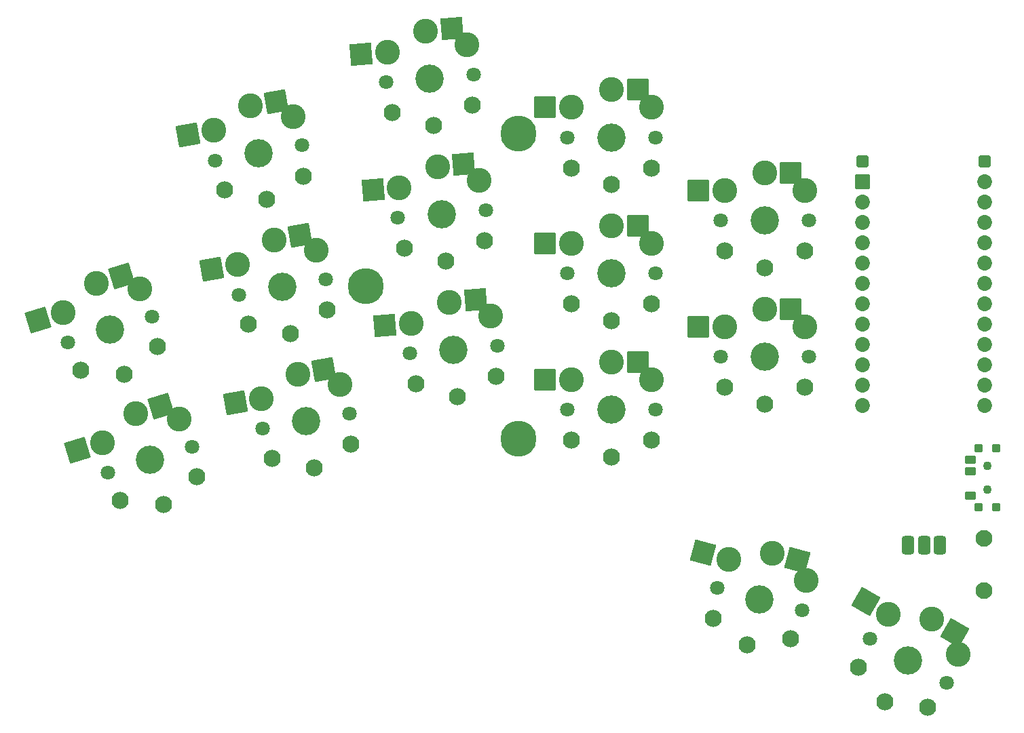
<source format=gts>
%TF.GenerationSoftware,KiCad,Pcbnew,(6.0.4-0)*%
%TF.CreationDate,2022-04-29T17:53:29+02:00*%
%TF.ProjectId,battamini,62617474-616d-4696-9e69-2e6b69636164,v1.0.0*%
%TF.SameCoordinates,Original*%
%TF.FileFunction,Soldermask,Top*%
%TF.FilePolarity,Negative*%
%FSLAX46Y46*%
G04 Gerber Fmt 4.6, Leading zero omitted, Abs format (unit mm)*
G04 Created by KiCad (PCBNEW (6.0.4-0)) date 2022-04-29 17:53:29*
%MOMM*%
%LPD*%
G01*
G04 APERTURE LIST*
G04 Aperture macros list*
%AMRoundRect*
0 Rectangle with rounded corners*
0 $1 Rounding radius*
0 $2 $3 $4 $5 $6 $7 $8 $9 X,Y pos of 4 corners*
0 Add a 4 corners polygon primitive as box body*
4,1,4,$2,$3,$4,$5,$6,$7,$8,$9,$2,$3,0*
0 Add four circle primitives for the rounded corners*
1,1,$1+$1,$2,$3*
1,1,$1+$1,$4,$5*
1,1,$1+$1,$6,$7*
1,1,$1+$1,$8,$9*
0 Add four rect primitives between the rounded corners*
20,1,$1+$1,$2,$3,$4,$5,0*
20,1,$1+$1,$4,$5,$6,$7,0*
20,1,$1+$1,$6,$7,$8,$9,0*
20,1,$1+$1,$8,$9,$2,$3,0*%
G04 Aperture macros list end*
%ADD10C,4.500000*%
%ADD11RoundRect,0.050000X-0.450000X0.450000X-0.450000X-0.450000X0.450000X-0.450000X0.450000X0.450000X0*%
%ADD12RoundRect,0.050000X-0.625000X0.450000X-0.625000X-0.450000X0.625000X-0.450000X0.625000X0.450000X0*%
%ADD13RoundRect,0.425000X-0.375000X-0.750000X0.375000X-0.750000X0.375000X0.750000X-0.375000X0.750000X0*%
%ADD14C,2.100000*%
%ADD15C,3.100000*%
%ADD16C,1.801800*%
%ADD17C,3.529000*%
%ADD18RoundRect,0.050000X-1.054507X-1.505993X1.505993X-1.054507X1.054507X1.505993X-1.505993X1.054507X0*%
%ADD19C,2.132000*%
%ADD20RoundRect,0.050000X-1.181751X-1.408356X1.408356X-1.181751X1.181751X1.408356X-1.408356X1.181751X0*%
%ADD21RoundRect,0.050000X-1.300000X-1.300000X1.300000X-1.300000X1.300000X1.300000X-1.300000X1.300000X0*%
%ADD22RoundRect,0.050000X-1.775833X-0.475833X0.475833X-1.775833X1.775833X0.475833X-0.475833X1.775833X0*%
%ADD23C,1.100000*%
%ADD24RoundRect,0.050000X-0.863113X-1.623279X1.623279X-0.863113X0.863113X1.623279X-1.623279X0.863113X0*%
%ADD25RoundRect,0.050000X-1.592168X-0.919239X0.919239X-1.592168X1.592168X0.919239X-0.919239X1.592168X0*%
%ADD26RoundRect,0.050000X-0.876300X0.876300X-0.876300X-0.876300X0.876300X-0.876300X0.876300X0.876300X0*%
%ADD27C,1.852600*%
%ADD28RoundRect,0.425000X-0.375000X-0.375000X0.375000X-0.375000X0.375000X0.375000X-0.375000X0.375000X0*%
G04 APERTURE END LIST*
D10*
%TO.C,REF\u002A\u002A*%
X84733251Y88139120D03*
X103783251Y107189120D03*
X103783251Y69089120D03*
%TD*%
D11*
%TO.C,T1*%
X161187367Y60512667D03*
X163387367Y67912667D03*
X163387367Y60512667D03*
X161187367Y67912667D03*
D12*
X160212367Y61962667D03*
X160212367Y64962667D03*
X160212367Y66462667D03*
%TD*%
D13*
%TO.C,PAD1*%
X152411087Y55816483D03*
X156411087Y55816483D03*
X154411087Y55816483D03*
%TD*%
D14*
%TO.C,B1*%
X161850000Y50090000D03*
X161850000Y56590000D03*
%TD*%
D15*
%TO.C,S11*%
X75659968Y109306337D03*
X70353903Y110604673D03*
X70353903Y110604673D03*
D16*
X65970667Y103790002D03*
D15*
X65811891Y107569855D03*
D17*
X71387110Y104745067D03*
D16*
X76803553Y105700132D03*
D18*
X73579149Y111173371D03*
X62586645Y107001157D03*
%TD*%
D16*
%TO.C,S34*%
X157191785Y38610213D03*
D17*
X152428645Y41360213D03*
D16*
X147665505Y44110213D03*
D19*
X146198518Y40569316D03*
X154858772Y35569316D03*
X149478645Y36250663D03*
X149478645Y36250663D03*
%TD*%
D17*
%TO.C,S15*%
X94221643Y97114167D03*
D16*
X99700714Y97593524D03*
D15*
X98875782Y101285676D03*
X93703066Y103041525D03*
X93703066Y103041525D03*
X88913835Y100414118D03*
D16*
X88742572Y96634810D03*
D20*
X96965604Y103326961D03*
X85651298Y100128683D03*
%TD*%
D15*
%TO.C,S21*%
X115411087Y95636017D03*
D16*
X109911087Y89686017D03*
D15*
X115411087Y95636017D03*
X120411087Y93436017D03*
D16*
X120911087Y89686017D03*
D15*
X110411087Y93436017D03*
D17*
X115411087Y89686017D03*
D21*
X118686087Y95636017D03*
X107136087Y93436017D03*
%TD*%
D16*
%TO.C,S8*%
X71874705Y70306538D03*
X82707591Y72216668D03*
D17*
X77291148Y71261603D03*
D19*
X73026972Y66651093D03*
X82875050Y68387574D03*
X78315672Y65451237D03*
X78315672Y65451237D03*
%TD*%
D17*
%TO.C,S14*%
X95703291Y80178857D03*
D16*
X101182362Y80658214D03*
X90224220Y79699500D03*
D19*
X91053509Y75957538D03*
X101015456Y76829096D03*
X96217510Y74301308D03*
X96217510Y74301308D03*
%TD*%
D17*
%TO.C,S20*%
X115411087Y72686017D03*
D16*
X109911087Y72686017D03*
X120911087Y72686017D03*
D19*
X120411087Y68886017D03*
X110411087Y68886017D03*
X115411087Y66786017D03*
X115411087Y66786017D03*
%TD*%
D16*
%TO.C,S28*%
X129017334Y79310985D03*
X140017334Y79310985D03*
D17*
X134517334Y79310985D03*
D19*
X129517334Y75510985D03*
X139517334Y75510985D03*
X134517334Y73410985D03*
X134517334Y73410985D03*
%TD*%
D15*
%TO.C,S29*%
X134517334Y102260985D03*
X134517334Y102260985D03*
D16*
X140017334Y96310985D03*
D17*
X134517334Y96310985D03*
D15*
X139517334Y100060985D03*
X129517334Y100060985D03*
D16*
X129017334Y96310985D03*
D21*
X137792334Y102260985D03*
X126242334Y100060985D03*
%TD*%
D17*
%TO.C,S33*%
X152428645Y41360213D03*
D15*
X155403645Y46513064D03*
X149973518Y47107808D03*
D16*
X147665505Y44110213D03*
D15*
X155403645Y46513064D03*
X158633772Y42107808D03*
D16*
X157191785Y38610213D03*
D22*
X158239878Y44875564D03*
X147137285Y48745308D03*
%TD*%
D15*
%TO.C,S7*%
X71715929Y74086391D03*
X81564006Y75822873D03*
X76257941Y77121209D03*
D16*
X71874705Y70306538D03*
D15*
X76257941Y77121209D03*
D16*
X82707591Y72216668D03*
D17*
X77291148Y71261603D03*
D18*
X79483187Y77689907D03*
X68490683Y73517693D03*
%TD*%
D23*
%TO.C,T2*%
X162287367Y65712667D03*
X162287367Y62712667D03*
%TD*%
D17*
%TO.C,S5*%
X52842259Y82729963D03*
D16*
X58101935Y84338007D03*
D15*
X51102647Y88419976D03*
X51102647Y88419976D03*
D16*
X47582583Y81121919D03*
D15*
X46964341Y84854247D03*
X56527389Y87777964D03*
D24*
X54234545Y89377494D03*
X43832443Y83896730D03*
%TD*%
D15*
%TO.C,S27*%
X129517334Y83060985D03*
D16*
X140017334Y79310985D03*
D17*
X134517334Y79310985D03*
D15*
X139517334Y83060985D03*
X134517334Y85260985D03*
X134517334Y85260985D03*
D16*
X129017334Y79310985D03*
D21*
X137792334Y85260985D03*
X126242334Y83060985D03*
%TD*%
D15*
%TO.C,S9*%
X68763910Y90828123D03*
D17*
X74339129Y88003335D03*
D15*
X73305922Y93862941D03*
X78611987Y92564605D03*
D16*
X68922686Y87048270D03*
D15*
X73305922Y93862941D03*
D16*
X79755572Y88958400D03*
D18*
X76531168Y94431639D03*
X65538664Y90259425D03*
%TD*%
D16*
%TO.C,S16*%
X99700714Y97593524D03*
D17*
X94221643Y97114167D03*
D16*
X88742572Y96634810D03*
D19*
X99533808Y93764406D03*
X89571861Y92892848D03*
X94735862Y91236618D03*
X94735862Y91236618D03*
%TD*%
D16*
%TO.C,S30*%
X140017334Y96310985D03*
X129017334Y96310985D03*
D17*
X134517334Y96310985D03*
D19*
X139517334Y92510985D03*
X129517334Y92510985D03*
X134517334Y90410985D03*
X134517334Y90410985D03*
%TD*%
D16*
%TO.C,S13*%
X90224220Y79699500D03*
X101182362Y80658214D03*
D17*
X95703291Y80178857D03*
D15*
X95184714Y86106215D03*
X100357430Y84350366D03*
X95184714Y86106215D03*
X90395483Y83478808D03*
D20*
X98447252Y86391651D03*
X87132946Y83193373D03*
%TD*%
D16*
%TO.C,S24*%
X109911087Y106686017D03*
X120911087Y106686017D03*
D17*
X115411087Y106686017D03*
D19*
X110411087Y102886017D03*
X120411087Y102886017D03*
X115411087Y100786017D03*
X115411087Y100786017D03*
%TD*%
D16*
%TO.C,S17*%
X87260925Y113570120D03*
D17*
X92739996Y114049477D03*
D16*
X98219067Y114528834D03*
D15*
X87432188Y117349428D03*
X97394135Y118220986D03*
X92221419Y119976835D03*
X92221419Y119976835D03*
D20*
X95483957Y120262271D03*
X84169651Y117063993D03*
%TD*%
D16*
%TO.C,S4*%
X52552902Y64864738D03*
X63072254Y68080826D03*
D17*
X57812578Y66472782D03*
D19*
X54142067Y61376965D03*
X63705114Y64300682D03*
X59537571Y60830584D03*
X59537571Y60830584D03*
%TD*%
D16*
%TO.C,S10*%
X79755572Y88958400D03*
X68922686Y87048270D03*
D17*
X74339129Y88003335D03*
D19*
X70074953Y83392825D03*
X79923031Y85129306D03*
X75363653Y82192969D03*
X75363653Y82192969D03*
%TD*%
D16*
%TO.C,S22*%
X109911087Y89686017D03*
X120911087Y89686017D03*
D17*
X115411087Y89686017D03*
D19*
X110411087Y85886017D03*
X120411087Y85886017D03*
X115411087Y83786017D03*
X115411087Y83786017D03*
%TD*%
D17*
%TO.C,S31*%
X133891046Y49038738D03*
D16*
X128578454Y50462243D03*
D15*
X135431019Y54785997D03*
X139691247Y51366865D03*
X135431019Y54785997D03*
X130031988Y53955055D03*
D16*
X139203638Y47615233D03*
D25*
X138594426Y53938364D03*
X126868581Y54802687D03*
%TD*%
D26*
%TO.C,MCU1*%
X146737213Y101142542D03*
D27*
X146737213Y98602542D03*
X146737213Y96062542D03*
X146737213Y93522542D03*
X146737213Y90982542D03*
X146737213Y88442542D03*
X146737213Y85902542D03*
X146737213Y83362542D03*
X146737213Y80822542D03*
X146737213Y78282542D03*
X146737213Y75742542D03*
X146737213Y73202542D03*
X161977213Y101142542D03*
X161977213Y98602542D03*
X161977213Y96062542D03*
X161977213Y93522542D03*
X161977213Y90982542D03*
X161977213Y88442542D03*
X161977213Y85902542D03*
X161977213Y83362542D03*
X161977213Y80822542D03*
X161977213Y78282542D03*
X161977213Y75742542D03*
X161977213Y73202542D03*
D28*
X146737213Y103682542D03*
X161977213Y103682542D03*
%TD*%
D16*
%TO.C,S3*%
X52552902Y64864738D03*
D15*
X51934660Y68597066D03*
D17*
X57812578Y66472782D03*
D15*
X61497708Y71520783D03*
X56072966Y72162795D03*
X56072966Y72162795D03*
D16*
X63072254Y68080826D03*
D24*
X59204864Y73120313D03*
X48802762Y67639549D03*
%TD*%
D16*
%TO.C,S32*%
X139203638Y47615233D03*
D17*
X133891046Y49038738D03*
D16*
X128578454Y50462243D03*
D19*
X137737163Y44074125D03*
X128077904Y46662315D03*
X132364014Y43339776D03*
X132364014Y43339776D03*
%TD*%
D17*
%TO.C,S12*%
X71387110Y104745067D03*
D16*
X65970667Y103790002D03*
X76803553Y105700132D03*
D19*
X76971012Y101871038D03*
X67122934Y100134557D03*
X72411634Y98934701D03*
X72411634Y98934701D03*
%TD*%
D17*
%TO.C,S23*%
X115411087Y106686017D03*
D16*
X120911087Y106686017D03*
D15*
X115411087Y112636017D03*
X115411087Y112636017D03*
X110411087Y110436017D03*
X120411087Y110436017D03*
D16*
X109911087Y106686017D03*
D21*
X118686087Y112636017D03*
X107136087Y110436017D03*
%TD*%
D16*
%TO.C,S6*%
X47582583Y81121919D03*
X58101935Y84338007D03*
D17*
X52842259Y82729963D03*
D19*
X49171748Y77634146D03*
X58734795Y80557863D03*
X54567252Y77087765D03*
X54567252Y77087765D03*
%TD*%
D17*
%TO.C,S19*%
X115411087Y72686017D03*
D15*
X115411087Y78636017D03*
X110411087Y76436017D03*
D16*
X120911087Y72686017D03*
X109911087Y72686017D03*
D15*
X120411087Y76436017D03*
X115411087Y78636017D03*
D21*
X118686087Y78636017D03*
X107136087Y76436017D03*
%TD*%
D16*
%TO.C,S18*%
X98219067Y114528834D03*
D17*
X92739996Y114049477D03*
D16*
X87260925Y113570120D03*
D19*
X88090214Y109828158D03*
X98052161Y110699716D03*
X93254215Y108171928D03*
X93254215Y108171928D03*
%TD*%
M02*

</source>
